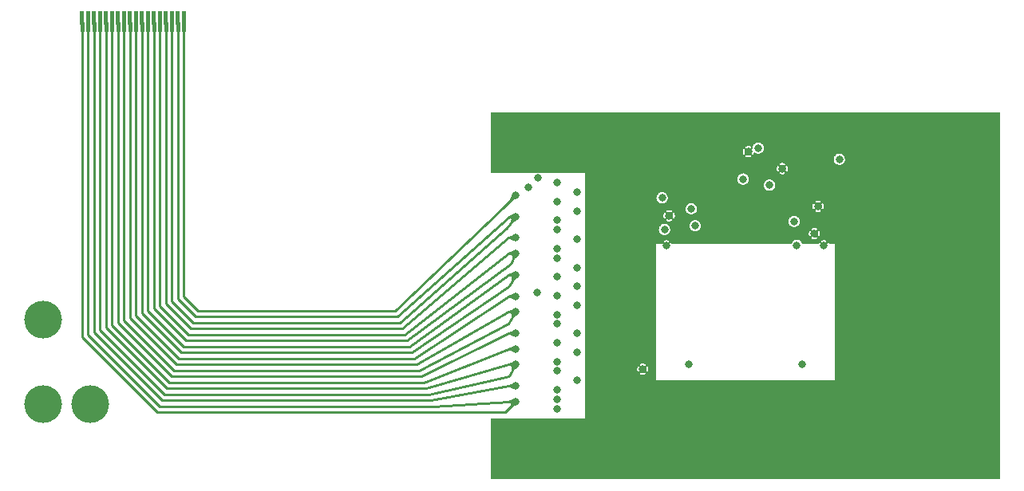
<source format=gbr>
G04 start of page 9 for group 7 idx 8 *
G04 Title: IDEF-X, FlexGround *
G04 Creator: pcb 1.99z *
G04 CreationDate: Mi 20 Jan 2016 16:51:45 GMT UTC *
G04 For: stephan *
G04 Format: Gerber/RS-274X *
G04 PCB-Dimensions (mil): 7874.02 3937.01 *
G04 PCB-Coordinate-Origin: lower left *
%MOIN*%
%FSLAX25Y25*%
%LNFLEXGROUND*%
%ADD68C,0.0866*%
%ADD67C,0.0118*%
%ADD66C,0.1024*%
%ADD65C,0.0315*%
%ADD64C,0.1575*%
%ADD63R,0.0170X0.0170*%
%ADD62C,0.0170*%
%ADD61C,0.0100*%
%ADD60C,0.0001*%
G54D60*G36*
X669091Y194882D02*X736220D01*
Y41339D01*
X669091D01*
Y172828D01*
X669094Y172827D01*
X669465Y172857D01*
X669827Y172943D01*
X670170Y173086D01*
X670487Y173280D01*
X670770Y173521D01*
X671011Y173804D01*
X671206Y174121D01*
X671348Y174465D01*
X671435Y174826D01*
X671457Y175197D01*
X671435Y175568D01*
X671348Y175929D01*
X671206Y176273D01*
X671011Y176590D01*
X670770Y176872D01*
X670487Y177114D01*
X670170Y177308D01*
X669827Y177450D01*
X669465Y177537D01*
X669094Y177566D01*
X669091Y177566D01*
Y194882D01*
G37*
G36*
X662133D02*X669091D01*
Y177566D01*
X668724Y177537D01*
X668362Y177450D01*
X668019Y177308D01*
X667702Y177114D01*
X667419Y176872D01*
X667178Y176590D01*
X666983Y176273D01*
X666841Y175929D01*
X666754Y175568D01*
X666725Y175197D01*
X666754Y174826D01*
X666841Y174465D01*
X666983Y174121D01*
X667178Y173804D01*
X667419Y173521D01*
X667702Y173280D01*
X668019Y173086D01*
X668362Y172943D01*
X668724Y172857D01*
X669091Y172828D01*
Y41339D01*
X662133D01*
Y82677D01*
X667323D01*
Y139764D01*
X664826D01*
X664790Y139865D01*
X664762Y139921D01*
X664726Y139972D01*
X664682Y140016D01*
X664632Y140053D01*
X664577Y140082D01*
X664518Y140102D01*
X664457Y140112D01*
X664394Y140112D01*
X664333Y140103D01*
X664273Y140084D01*
X664218Y140056D01*
X664167Y140020D01*
X664123Y139976D01*
X664086Y139926D01*
X664057Y139871D01*
X664037Y139812D01*
X664029Y139764D01*
X662133D01*
Y140480D01*
X662150Y140486D01*
X662297Y140522D01*
X662447Y140544D01*
X662598Y140551D01*
X662750Y140544D01*
X662900Y140522D01*
X663047Y140486D01*
X663190Y140436D01*
X663249Y140416D01*
X663310Y140407D01*
X663372Y140407D01*
X663433Y140417D01*
X663492Y140437D01*
X663547Y140465D01*
X663597Y140502D01*
X663641Y140546D01*
X663677Y140597D01*
X663704Y140652D01*
X663723Y140711D01*
X663732Y140772D01*
X663732Y140834D01*
X663722Y140895D01*
X663702Y140954D01*
X663674Y141009D01*
X663637Y141059D01*
X663593Y141103D01*
X663542Y141139D01*
X663486Y141165D01*
X663273Y141243D01*
X663051Y141298D01*
X662826Y141330D01*
X662598Y141341D01*
X662371Y141330D01*
X662146Y141298D01*
X662133Y141294D01*
Y154385D01*
X662155Y154388D01*
X662214Y154408D01*
X662269Y154437D01*
X662319Y154473D01*
X662362Y154518D01*
X662399Y154568D01*
X662425Y154624D01*
X662503Y154838D01*
X662557Y155059D01*
X662590Y155284D01*
X662601Y155512D01*
X662590Y155739D01*
X662557Y155965D01*
X662503Y156186D01*
X662428Y156401D01*
X662400Y156457D01*
X662364Y156507D01*
X662320Y156552D01*
X662270Y156589D01*
X662215Y156617D01*
X662156Y156637D01*
X662133Y156641D01*
Y194882D01*
G37*
G36*
Y41339D02*X660558D01*
Y82677D01*
X662133D01*
Y41339D01*
G37*
G36*
X660558Y194882D02*X662133D01*
Y156641D01*
X662094Y156647D01*
X662032Y156648D01*
X661971Y156638D01*
X661911Y156619D01*
X661856Y156592D01*
X661805Y156555D01*
X661761Y156512D01*
X661724Y156462D01*
X661695Y156406D01*
X661675Y156347D01*
X661665Y156286D01*
X661665Y156224D01*
X661674Y156162D01*
X661694Y156103D01*
X661746Y155961D01*
X661782Y155813D01*
X661804Y155663D01*
X661811Y155512D01*
X661804Y155360D01*
X661782Y155210D01*
X661746Y155063D01*
X661696Y154920D01*
X661676Y154861D01*
X661666Y154800D01*
X661667Y154738D01*
X661677Y154677D01*
X661697Y154618D01*
X661725Y154563D01*
X661762Y154513D01*
X661806Y154470D01*
X661856Y154434D01*
X661912Y154406D01*
X661971Y154387D01*
X662032Y154378D01*
X662094Y154378D01*
X662133Y154385D01*
Y141294D01*
X661924Y141243D01*
X661709Y141168D01*
X661654Y141140D01*
X661603Y141104D01*
X661559Y141060D01*
X661522Y141010D01*
X661493Y140955D01*
X661473Y140896D01*
X661463Y140835D01*
X661463Y140772D01*
X661472Y140711D01*
X661491Y140651D01*
X661519Y140596D01*
X661555Y140545D01*
X661599Y140501D01*
X661649Y140464D01*
X661704Y140435D01*
X661763Y140415D01*
X661824Y140405D01*
X661887Y140405D01*
X661948Y140414D01*
X662007Y140434D01*
X662133Y140480D01*
Y139764D01*
X661166D01*
X661158Y139811D01*
X661138Y139870D01*
X661110Y139925D01*
X661073Y139975D01*
X661029Y140019D01*
X660978Y140055D01*
X660923Y140082D01*
X660864Y140101D01*
X660802Y140110D01*
X660740Y140110D01*
X660679Y140100D01*
X660621Y140080D01*
X660566Y140052D01*
X660558Y140046D01*
Y142967D01*
X660581Y142971D01*
X660639Y142991D01*
X660694Y143019D01*
X660744Y143056D01*
X660788Y143100D01*
X660824Y143151D01*
X660850Y143206D01*
X660928Y143420D01*
X660983Y143642D01*
X661015Y143867D01*
X661026Y144094D01*
X661015Y144322D01*
X660983Y144547D01*
X660928Y144769D01*
X660853Y144984D01*
X660825Y145039D01*
X660789Y145090D01*
X660745Y145134D01*
X660695Y145171D01*
X660640Y145200D01*
X660581Y145220D01*
X660558Y145223D01*
Y153172D01*
X660689Y153191D01*
X660910Y153245D01*
X661125Y153320D01*
X661181Y153348D01*
X661232Y153384D01*
X661276Y153428D01*
X661313Y153478D01*
X661342Y153533D01*
X661361Y153592D01*
X661372Y153654D01*
X661372Y153716D01*
X661363Y153778D01*
X661344Y153837D01*
X661316Y153893D01*
X661280Y153943D01*
X661236Y153988D01*
X661186Y154024D01*
X661131Y154053D01*
X661072Y154073D01*
X661010Y154083D01*
X660948Y154083D01*
X660886Y154074D01*
X660828Y154054D01*
X660685Y154002D01*
X660558Y153971D01*
Y157052D01*
X660685Y157021D01*
X660828Y156971D01*
X660887Y156951D01*
X660948Y156942D01*
X661010Y156942D01*
X661071Y156953D01*
X661130Y156972D01*
X661185Y157001D01*
X661235Y157038D01*
X661278Y157082D01*
X661314Y157132D01*
X661342Y157187D01*
X661361Y157247D01*
X661370Y157308D01*
X661370Y157370D01*
X661360Y157431D01*
X661340Y157490D01*
X661311Y157545D01*
X661275Y157595D01*
X661231Y157638D01*
X661180Y157674D01*
X661124Y157701D01*
X660910Y157779D01*
X660689Y157833D01*
X660558Y157852D01*
Y194882D01*
G37*
G36*
Y41339D02*X658662D01*
Y82677D01*
X660558D01*
Y41339D01*
G37*
G36*
X658662Y194882D02*X660558D01*
Y157852D01*
X660464Y157866D01*
X660236Y157877D01*
X660009Y157866D01*
X659783Y157833D01*
X659562Y157779D01*
X659347Y157703D01*
X659291Y157676D01*
X659241Y157639D01*
X659196Y157596D01*
X659159Y157546D01*
X659131Y157490D01*
X659111Y157431D01*
X659101Y157370D01*
X659100Y157308D01*
X659110Y157246D01*
X659129Y157187D01*
X659156Y157131D01*
X659193Y157080D01*
X659236Y157036D01*
X659286Y156999D01*
X659342Y156970D01*
X659401Y156951D01*
X659462Y156941D01*
X659524Y156940D01*
X659586Y156949D01*
X659645Y156969D01*
X659787Y157021D01*
X659935Y157057D01*
X660085Y157079D01*
X660236Y157087D01*
X660388Y157079D01*
X660538Y157057D01*
X660558Y157052D01*
Y153971D01*
X660538Y153966D01*
X660388Y153944D01*
X660236Y153937D01*
X660085Y153944D01*
X659935Y153966D01*
X659787Y154002D01*
X659644Y154053D01*
X659586Y154072D01*
X659524Y154082D01*
X659462Y154081D01*
X659401Y154071D01*
X659342Y154051D01*
X659287Y154023D01*
X659238Y153986D01*
X659194Y153942D01*
X659158Y153892D01*
X659130Y153836D01*
X659112Y153777D01*
X659102Y153716D01*
X659103Y153654D01*
X659113Y153593D01*
X659132Y153534D01*
X659161Y153479D01*
X659198Y153429D01*
X659242Y153386D01*
X659292Y153349D01*
X659348Y153323D01*
X659562Y153245D01*
X659783Y153191D01*
X660009Y153158D01*
X660236Y153147D01*
X660464Y153158D01*
X660558Y153172D01*
Y145223D01*
X660520Y145230D01*
X660457Y145230D01*
X660396Y145221D01*
X660336Y145202D01*
X660281Y145174D01*
X660230Y145138D01*
X660186Y145094D01*
X660149Y145044D01*
X660120Y144989D01*
X660100Y144930D01*
X660090Y144869D01*
X660090Y144806D01*
X660099Y144745D01*
X660119Y144686D01*
X660171Y144543D01*
X660207Y144396D01*
X660229Y144246D01*
X660236Y144094D01*
X660229Y143943D01*
X660207Y143793D01*
X660171Y143646D01*
X660121Y143502D01*
X660101Y143444D01*
X660092Y143383D01*
X660092Y143321D01*
X660102Y143259D01*
X660122Y143201D01*
X660150Y143146D01*
X660187Y143096D01*
X660231Y143052D01*
X660282Y143016D01*
X660337Y142989D01*
X660396Y142970D01*
X660457Y142961D01*
X660519Y142961D01*
X660558Y142967D01*
Y140046D01*
X660516Y140015D01*
X660472Y139971D01*
X660436Y139920D01*
X660409Y139864D01*
X660373Y139764D01*
X658662D01*
Y141730D01*
X658889Y141741D01*
X659114Y141773D01*
X659336Y141828D01*
X659550Y141903D01*
X659606Y141931D01*
X659657Y141967D01*
X659701Y142011D01*
X659738Y142061D01*
X659767Y142116D01*
X659787Y142175D01*
X659797Y142236D01*
X659797Y142299D01*
X659788Y142360D01*
X659769Y142420D01*
X659741Y142475D01*
X659705Y142526D01*
X659661Y142570D01*
X659611Y142607D01*
X659556Y142636D01*
X659497Y142655D01*
X659435Y142666D01*
X659373Y142666D01*
X659312Y142657D01*
X659253Y142637D01*
X659110Y142585D01*
X658963Y142549D01*
X658813Y142527D01*
X658662Y142520D01*
Y145669D01*
X658813Y145662D01*
X658963Y145640D01*
X659110Y145604D01*
X659253Y145554D01*
X659312Y145534D01*
X659373Y145525D01*
X659435Y145525D01*
X659496Y145535D01*
X659555Y145555D01*
X659610Y145583D01*
X659660Y145620D01*
X659704Y145664D01*
X659740Y145715D01*
X659767Y145770D01*
X659786Y145829D01*
X659795Y145890D01*
X659795Y145952D01*
X659785Y146014D01*
X659765Y146072D01*
X659737Y146127D01*
X659700Y146177D01*
X659656Y146221D01*
X659605Y146257D01*
X659549Y146283D01*
X659336Y146361D01*
X659114Y146416D01*
X658889Y146448D01*
X658662Y146459D01*
Y154464D01*
X658668Y154468D01*
X658712Y154512D01*
X658749Y154562D01*
X658778Y154617D01*
X658797Y154676D01*
X658807Y154738D01*
X658808Y154800D01*
X658799Y154862D01*
X658779Y154920D01*
X658727Y155063D01*
X658691Y155210D01*
X658669Y155360D01*
X658662Y155493D01*
Y155531D01*
X658669Y155663D01*
X658691Y155813D01*
X658727Y155961D01*
X658777Y156104D01*
X658797Y156162D01*
X658806Y156224D01*
X658806Y156286D01*
X658795Y156347D01*
X658776Y156406D01*
X658747Y156461D01*
X658711Y156510D01*
X658666Y156554D01*
X658662Y156557D01*
Y194882D01*
G37*
G36*
Y155493D02*X658661Y155512D01*
X658662Y155531D01*
Y155493D01*
G37*
G36*
Y41339D02*X647172D01*
Y82677D01*
X658662D01*
Y41339D01*
G37*
G36*
X656765Y194882D02*X658662D01*
Y156557D01*
X658616Y156590D01*
X658561Y156618D01*
X658501Y156636D01*
X658440Y156646D01*
X658378Y156645D01*
X658317Y156635D01*
X658258Y156616D01*
X658203Y156587D01*
X658153Y156550D01*
X658110Y156506D01*
X658074Y156456D01*
X658047Y156400D01*
X657969Y156186D01*
X657915Y155965D01*
X657882Y155739D01*
X657871Y155512D01*
X657882Y155284D01*
X657915Y155059D01*
X657969Y154838D01*
X658045Y154623D01*
X658072Y154567D01*
X658109Y154516D01*
X658152Y154472D01*
X658202Y154435D01*
X658258Y154406D01*
X658317Y154387D01*
X658378Y154377D01*
X658440Y154376D01*
X658502Y154385D01*
X658561Y154404D01*
X658617Y154432D01*
X658662Y154464D01*
Y146459D01*
X658661Y146459D01*
X658434Y146448D01*
X658209Y146416D01*
X657987Y146361D01*
X657772Y146286D01*
X657717Y146258D01*
X657666Y146222D01*
X657622Y146178D01*
X657585Y146128D01*
X657556Y146073D01*
X657536Y146014D01*
X657526Y145953D01*
X657526Y145890D01*
X657535Y145829D01*
X657554Y145769D01*
X657582Y145714D01*
X657618Y145663D01*
X657662Y145619D01*
X657712Y145582D01*
X657767Y145553D01*
X657826Y145534D01*
X657887Y145523D01*
X657950Y145523D01*
X658011Y145532D01*
X658070Y145552D01*
X658213Y145604D01*
X658360Y145640D01*
X658510Y145662D01*
X658661Y145669D01*
X658662Y145669D01*
Y142520D01*
X658661Y142520D01*
X658510Y142527D01*
X658360Y142549D01*
X658213Y142585D01*
X658069Y142635D01*
X658011Y142655D01*
X657950Y142664D01*
X657888Y142664D01*
X657826Y142654D01*
X657768Y142634D01*
X657713Y142606D01*
X657663Y142569D01*
X657619Y142525D01*
X657583Y142474D01*
X657555Y142419D01*
X657537Y142360D01*
X657527Y142298D01*
X657528Y142237D01*
X657538Y142175D01*
X657558Y142117D01*
X657586Y142062D01*
X657623Y142012D01*
X657667Y141968D01*
X657718Y141932D01*
X657773Y141906D01*
X657987Y141828D01*
X658209Y141773D01*
X658434Y141741D01*
X658661Y141730D01*
X658662Y141730D01*
Y139764D01*
X656765D01*
Y142966D01*
X656803Y142959D01*
X656866Y142959D01*
X656927Y142968D01*
X656986Y142987D01*
X657042Y143015D01*
X657093Y143051D01*
X657137Y143095D01*
X657174Y143145D01*
X657203Y143200D01*
X657222Y143259D01*
X657233Y143320D01*
X657233Y143383D01*
X657224Y143444D01*
X657204Y143503D01*
X657152Y143646D01*
X657116Y143793D01*
X657094Y143943D01*
X657087Y144094D01*
X657094Y144246D01*
X657116Y144396D01*
X657152Y144543D01*
X657202Y144687D01*
X657222Y144745D01*
X657231Y144806D01*
X657231Y144868D01*
X657221Y144930D01*
X657201Y144988D01*
X657173Y145043D01*
X657136Y145093D01*
X657092Y145137D01*
X657041Y145173D01*
X656986Y145200D01*
X656927Y145219D01*
X656865Y145228D01*
X656803Y145228D01*
X656765Y145222D01*
Y194882D01*
G37*
G36*
X650193D02*X656765D01*
Y145222D01*
X656742Y145218D01*
X656684Y145198D01*
X656629Y145170D01*
X656579Y145133D01*
X656535Y145089D01*
X656499Y145038D01*
X656472Y144983D01*
X656395Y144769D01*
X656340Y144547D01*
X656307Y144322D01*
X656296Y144094D01*
X656307Y143867D01*
X656340Y143642D01*
X656395Y143420D01*
X656470Y143205D01*
X656498Y143150D01*
X656534Y143099D01*
X656577Y143055D01*
X656628Y143018D01*
X656683Y142989D01*
X656742Y142969D01*
X656765Y142966D01*
Y139764D01*
X653665D01*
X653631Y139905D01*
X653489Y140249D01*
X653295Y140566D01*
X653053Y140849D01*
X652771Y141090D01*
X652454Y141284D01*
X652110Y141427D01*
X651749Y141514D01*
X651378Y141543D01*
X651007Y141514D01*
X650646Y141427D01*
X650302Y141284D01*
X650193Y141218D01*
Y146843D01*
X650197Y146843D01*
X650568Y146872D01*
X650929Y146959D01*
X651273Y147101D01*
X651590Y147296D01*
X651872Y147537D01*
X652114Y147820D01*
X652308Y148137D01*
X652450Y148480D01*
X652537Y148842D01*
X652559Y149213D01*
X652537Y149583D01*
X652450Y149945D01*
X652308Y150288D01*
X652114Y150605D01*
X651872Y150888D01*
X651590Y151130D01*
X651273Y151324D01*
X650929Y151466D01*
X650568Y151553D01*
X650197Y151582D01*
X650193Y151582D01*
Y194882D01*
G37*
G36*
X647172D02*X650193D01*
Y151582D01*
X649826Y151553D01*
X649465Y151466D01*
X649121Y151324D01*
X648804Y151130D01*
X648521Y150888D01*
X648280Y150605D01*
X648086Y150288D01*
X647943Y149945D01*
X647857Y149583D01*
X647827Y149213D01*
X647857Y148842D01*
X647943Y148480D01*
X648086Y148137D01*
X648280Y147820D01*
X648521Y147537D01*
X648804Y147296D01*
X649121Y147101D01*
X649465Y146959D01*
X649826Y146872D01*
X650193Y146843D01*
Y141218D01*
X649985Y141090D01*
X649702Y140849D01*
X649461Y140566D01*
X649267Y140249D01*
X649124Y139905D01*
X649090Y139764D01*
X647172D01*
Y170133D01*
X647195Y170137D01*
X647253Y170156D01*
X647308Y170185D01*
X647358Y170221D01*
X647402Y170266D01*
X647438Y170316D01*
X647465Y170372D01*
X647542Y170586D01*
X647597Y170807D01*
X647630Y171032D01*
X647641Y171260D01*
X647630Y171487D01*
X647597Y171713D01*
X647542Y171934D01*
X647467Y172149D01*
X647439Y172205D01*
X647403Y172255D01*
X647360Y172300D01*
X647309Y172337D01*
X647254Y172365D01*
X647195Y172385D01*
X647172Y172389D01*
Y194882D01*
G37*
G36*
Y41339D02*X645277D01*
Y82677D01*
X647172D01*
Y41339D01*
G37*
G36*
X645277Y194882D02*X647172D01*
Y172389D01*
X647134Y172395D01*
X647071Y172396D01*
X647010Y172386D01*
X646951Y172368D01*
X646895Y172340D01*
X646844Y172303D01*
X646800Y172260D01*
X646763Y172210D01*
X646734Y172154D01*
X646715Y172095D01*
X646704Y172034D01*
X646704Y171972D01*
X646713Y171910D01*
X646733Y171851D01*
X646785Y171709D01*
X646821Y171561D01*
X646843Y171411D01*
X646850Y171260D01*
X646843Y171108D01*
X646821Y170958D01*
X646785Y170811D01*
X646735Y170668D01*
X646715Y170609D01*
X646706Y170548D01*
X646706Y170486D01*
X646716Y170425D01*
X646736Y170366D01*
X646764Y170311D01*
X646801Y170261D01*
X646845Y170218D01*
X646896Y170182D01*
X646951Y170154D01*
X647010Y170135D01*
X647072Y170126D01*
X647134Y170126D01*
X647172Y170133D01*
Y139764D01*
X645277D01*
Y168895D01*
X645503Y168906D01*
X645728Y168939D01*
X645950Y168993D01*
X646165Y169068D01*
X646220Y169096D01*
X646271Y169132D01*
X646315Y169176D01*
X646352Y169226D01*
X646381Y169281D01*
X646401Y169340D01*
X646411Y169402D01*
X646411Y169464D01*
X646402Y169526D01*
X646383Y169585D01*
X646355Y169641D01*
X646319Y169691D01*
X646275Y169736D01*
X646225Y169772D01*
X646170Y169801D01*
X646111Y169821D01*
X646050Y169831D01*
X645987Y169831D01*
X645926Y169822D01*
X645867Y169802D01*
X645724Y169750D01*
X645577Y169714D01*
X645427Y169692D01*
X645277Y169685D01*
Y172835D01*
X645427Y172827D01*
X645577Y172806D01*
X645724Y172769D01*
X645868Y172719D01*
X645926Y172699D01*
X645988Y172690D01*
X646049Y172690D01*
X646111Y172701D01*
X646169Y172720D01*
X646224Y172749D01*
X646274Y172786D01*
X646318Y172830D01*
X646354Y172880D01*
X646382Y172936D01*
X646400Y172995D01*
X646410Y173056D01*
X646409Y173118D01*
X646399Y173179D01*
X646379Y173238D01*
X646351Y173293D01*
X646314Y173343D01*
X646270Y173386D01*
X646219Y173422D01*
X646164Y173449D01*
X645950Y173527D01*
X645728Y173581D01*
X645503Y173614D01*
X645277Y173625D01*
Y194882D01*
G37*
G36*
Y41339D02*X631103D01*
Y82677D01*
X645277D01*
Y41339D01*
G37*
G36*
X643379Y194882D02*X645277D01*
Y173625D01*
X645276Y173625D01*
X645048Y173614D01*
X644823Y173581D01*
X644601Y173527D01*
X644387Y173451D01*
X644331Y173424D01*
X644280Y173388D01*
X644236Y173344D01*
X644199Y173294D01*
X644170Y173238D01*
X644150Y173179D01*
X644140Y173118D01*
X644140Y173056D01*
X644149Y172994D01*
X644168Y172935D01*
X644196Y172879D01*
X644232Y172828D01*
X644276Y172784D01*
X644326Y172747D01*
X644381Y172719D01*
X644440Y172699D01*
X644502Y172689D01*
X644564Y172688D01*
X644625Y172698D01*
X644684Y172717D01*
X644827Y172769D01*
X644974Y172806D01*
X645124Y172827D01*
X645276Y172835D01*
X645277Y172835D01*
Y169685D01*
X645276Y169685D01*
X645124Y169692D01*
X644974Y169714D01*
X644827Y169750D01*
X644684Y169801D01*
X644625Y169820D01*
X644564Y169830D01*
X644502Y169829D01*
X644441Y169819D01*
X644382Y169799D01*
X644327Y169771D01*
X644277Y169734D01*
X644233Y169690D01*
X644197Y169640D01*
X644170Y169584D01*
X644151Y169525D01*
X644142Y169464D01*
X644142Y169402D01*
X644152Y169341D01*
X644172Y169282D01*
X644200Y169227D01*
X644237Y169177D01*
X644281Y169134D01*
X644332Y169098D01*
X644388Y169071D01*
X644601Y168993D01*
X644823Y168939D01*
X645048Y168906D01*
X645276Y168895D01*
X645277Y168895D01*
Y139764D01*
X643379D01*
Y170131D01*
X643417Y170125D01*
X643480Y170124D01*
X643541Y170133D01*
X643601Y170152D01*
X643656Y170180D01*
X643707Y170216D01*
X643751Y170260D01*
X643788Y170310D01*
X643817Y170365D01*
X643837Y170424D01*
X643847Y170486D01*
X643847Y170548D01*
X643838Y170610D01*
X643818Y170669D01*
X643766Y170811D01*
X643730Y170958D01*
X643708Y171108D01*
X643701Y171260D01*
X643708Y171411D01*
X643730Y171561D01*
X643766Y171709D01*
X643816Y171852D01*
X643836Y171910D01*
X643845Y171972D01*
X643845Y172034D01*
X643835Y172095D01*
X643815Y172154D01*
X643787Y172209D01*
X643750Y172259D01*
X643706Y172302D01*
X643655Y172338D01*
X643600Y172366D01*
X643541Y172385D01*
X643480Y172394D01*
X643418Y172393D01*
X643379Y172387D01*
Y194882D01*
G37*
G36*
X639957D02*X643379D01*
Y172387D01*
X643356Y172383D01*
X643298Y172364D01*
X643243Y172335D01*
X643193Y172298D01*
X643149Y172254D01*
X643113Y172204D01*
X643087Y172148D01*
X643009Y171934D01*
X642954Y171713D01*
X642922Y171487D01*
X642911Y171260D01*
X642922Y171032D01*
X642954Y170807D01*
X643009Y170586D01*
X643084Y170371D01*
X643112Y170315D01*
X643148Y170264D01*
X643192Y170220D01*
X643242Y170183D01*
X643297Y170154D01*
X643356Y170135D01*
X643379Y170131D01*
Y139764D01*
X639957D01*
Y162001D01*
X639961Y162001D01*
X640331Y162030D01*
X640693Y162117D01*
X641036Y162259D01*
X641353Y162453D01*
X641636Y162695D01*
X641878Y162977D01*
X642072Y163294D01*
X642214Y163638D01*
X642301Y163999D01*
X642323Y164370D01*
X642301Y164741D01*
X642214Y165102D01*
X642072Y165446D01*
X641878Y165763D01*
X641636Y166046D01*
X641353Y166287D01*
X641036Y166481D01*
X640693Y166624D01*
X640331Y166710D01*
X639961Y166740D01*
X639957Y166739D01*
Y194882D01*
G37*
G36*
X635065D02*X639957D01*
Y166739D01*
X639590Y166710D01*
X639228Y166624D01*
X638885Y166481D01*
X638568Y166287D01*
X638285Y166046D01*
X638044Y165763D01*
X637849Y165446D01*
X637707Y165102D01*
X637620Y164741D01*
X637591Y164370D01*
X637620Y163999D01*
X637707Y163638D01*
X637849Y163294D01*
X638044Y162977D01*
X638285Y162695D01*
X638568Y162453D01*
X638885Y162259D01*
X639228Y162117D01*
X639590Y162030D01*
X639957Y162001D01*
Y139764D01*
X635065D01*
Y177565D01*
X635236Y177552D01*
X635607Y177581D01*
X635968Y177668D01*
X636312Y177810D01*
X636629Y178004D01*
X636912Y178246D01*
X637153Y178529D01*
X637347Y178846D01*
X637490Y179189D01*
X637577Y179551D01*
X637598Y179921D01*
X637577Y180292D01*
X637490Y180653D01*
X637347Y180997D01*
X637153Y181314D01*
X636912Y181597D01*
X636629Y181838D01*
X636312Y182032D01*
X635968Y182175D01*
X635607Y182262D01*
X635236Y182291D01*
X635065Y182277D01*
Y194882D01*
G37*
G36*
X631103D02*X635065D01*
Y182277D01*
X634866Y182262D01*
X634504Y182175D01*
X634160Y182032D01*
X633843Y181838D01*
X633561Y181597D01*
X633319Y181314D01*
X633125Y180997D01*
X632983Y180653D01*
X632896Y180292D01*
X632867Y179921D01*
X632896Y179551D01*
X632912Y179482D01*
X632898Y179482D01*
X632837Y179473D01*
X632777Y179454D01*
X632722Y179426D01*
X632671Y179390D01*
X632627Y179346D01*
X632590Y179296D01*
X632561Y179241D01*
X632541Y179182D01*
X632531Y179120D01*
X632531Y179058D01*
X632540Y178997D01*
X632560Y178938D01*
X632612Y178795D01*
X632648Y178648D01*
X632670Y178498D01*
X632677Y178346D01*
X632670Y178195D01*
X632648Y178045D01*
X632612Y177898D01*
X632562Y177754D01*
X632542Y177696D01*
X632533Y177635D01*
X632533Y177573D01*
X632543Y177511D01*
X632563Y177453D01*
X632591Y177398D01*
X632628Y177348D01*
X632672Y177304D01*
X632723Y177268D01*
X632778Y177240D01*
X632837Y177222D01*
X632898Y177213D01*
X632960Y177213D01*
X633021Y177223D01*
X633080Y177243D01*
X633135Y177271D01*
X633185Y177308D01*
X633229Y177352D01*
X633265Y177403D01*
X633291Y177458D01*
X633369Y177672D01*
X633424Y177894D01*
X633456Y178119D01*
X633467Y178346D01*
X633467Y178356D01*
X633561Y178246D01*
X633843Y178004D01*
X634160Y177810D01*
X634504Y177668D01*
X634866Y177581D01*
X635065Y177565D01*
Y139764D01*
X631103D01*
Y165986D01*
X631191Y166197D01*
X631277Y166558D01*
X631299Y166929D01*
X631277Y167300D01*
X631191Y167661D01*
X631103Y167872D01*
Y175982D01*
X631330Y175992D01*
X631555Y176025D01*
X631776Y176080D01*
X631991Y176155D01*
X632047Y176183D01*
X632098Y176219D01*
X632142Y176262D01*
X632179Y176313D01*
X632208Y176368D01*
X632227Y176427D01*
X632238Y176488D01*
X632238Y176551D01*
X632229Y176612D01*
X632210Y176671D01*
X632182Y176727D01*
X632146Y176778D01*
X632102Y176822D01*
X632052Y176859D01*
X631997Y176888D01*
X631938Y176907D01*
X631876Y176918D01*
X631814Y176918D01*
X631753Y176909D01*
X631694Y176889D01*
X631551Y176837D01*
X631404Y176801D01*
X631254Y176779D01*
X631103Y176772D01*
Y179921D01*
X631254Y179914D01*
X631404Y179892D01*
X631551Y179856D01*
X631694Y179806D01*
X631753Y179786D01*
X631814Y179777D01*
X631876Y179777D01*
X631937Y179787D01*
X631996Y179807D01*
X632051Y179835D01*
X632101Y179872D01*
X632145Y179916D01*
X632181Y179967D01*
X632208Y180022D01*
X632227Y180081D01*
X632236Y180142D01*
X632236Y180204D01*
X632226Y180266D01*
X632206Y180324D01*
X632178Y180379D01*
X632141Y180429D01*
X632097Y180473D01*
X632046Y180509D01*
X631990Y180535D01*
X631776Y180613D01*
X631555Y180668D01*
X631330Y180700D01*
X631103Y180711D01*
Y194882D01*
G37*
G36*
Y139764D02*X629921D01*
Y164780D01*
X630013Y164818D01*
X630330Y165012D01*
X630612Y165254D01*
X630854Y165536D01*
X631048Y165853D01*
X631103Y165986D01*
Y139764D01*
G37*
G36*
Y41339D02*X629921D01*
Y82677D01*
X631103D01*
Y41339D01*
G37*
G36*
X629921Y194882D02*X631103D01*
Y180711D01*
X631102Y180711D01*
X630875Y180700D01*
X630649Y180668D01*
X630428Y180613D01*
X630213Y180538D01*
X630158Y180510D01*
X630107Y180474D01*
X630063Y180430D01*
X630026Y180380D01*
X629997Y180325D01*
X629977Y180266D01*
X629967Y180205D01*
X629967Y180142D01*
X629976Y180081D01*
X629995Y180021D01*
X630023Y179966D01*
X630059Y179915D01*
X630102Y179871D01*
X630153Y179834D01*
X630208Y179805D01*
X630267Y179785D01*
X630328Y179775D01*
X630391Y179775D01*
X630452Y179784D01*
X630511Y179804D01*
X630653Y179856D01*
X630801Y179892D01*
X630951Y179914D01*
X631102Y179921D01*
X631103Y179921D01*
Y176772D01*
X631102Y176772D01*
X630951Y176779D01*
X630801Y176801D01*
X630653Y176837D01*
X630510Y176887D01*
X630452Y176907D01*
X630390Y176916D01*
X630328Y176916D01*
X630267Y176906D01*
X630209Y176886D01*
X630154Y176858D01*
X630104Y176821D01*
X630060Y176777D01*
X630024Y176726D01*
X629996Y176671D01*
X629978Y176612D01*
X629968Y176550D01*
X629969Y176488D01*
X629979Y176427D01*
X629999Y176369D01*
X630027Y176314D01*
X630064Y176264D01*
X630108Y176220D01*
X630158Y176184D01*
X630214Y176158D01*
X630428Y176080D01*
X630649Y176025D01*
X630875Y175992D01*
X631102Y175982D01*
X631103Y175982D01*
Y167872D01*
X631048Y168005D01*
X630854Y168322D01*
X630612Y168605D01*
X630330Y168846D01*
X630013Y169040D01*
X629921Y169078D01*
Y194882D01*
G37*
G36*
X596849Y82677D02*X629921D01*
Y41339D01*
X596849D01*
Y82677D01*
G37*
G36*
X629206Y164581D02*X629308Y164589D01*
X629669Y164676D01*
X629921Y164780D01*
Y139764D01*
X629206D01*
Y164581D01*
G37*
G36*
Y194882D02*X629921D01*
Y169078D01*
X629669Y169183D01*
X629308Y169269D01*
X629206Y169277D01*
Y177218D01*
X629244Y177211D01*
X629306Y177211D01*
X629368Y177220D01*
X629427Y177239D01*
X629483Y177267D01*
X629534Y177303D01*
X629578Y177347D01*
X629615Y177397D01*
X629644Y177452D01*
X629663Y177511D01*
X629674Y177572D01*
X629674Y177635D01*
X629665Y177696D01*
X629645Y177755D01*
X629593Y177898D01*
X629557Y178045D01*
X629535Y178195D01*
X629528Y178346D01*
X629535Y178498D01*
X629557Y178648D01*
X629593Y178795D01*
X629643Y178938D01*
X629663Y178997D01*
X629672Y179058D01*
X629672Y179120D01*
X629662Y179181D01*
X629642Y179240D01*
X629613Y179295D01*
X629577Y179345D01*
X629533Y179389D01*
X629482Y179425D01*
X629427Y179452D01*
X629368Y179471D01*
X629306Y179480D01*
X629244Y179480D01*
X629206Y179474D01*
Y194882D01*
G37*
G36*
X607280D02*X629206D01*
Y179474D01*
X629183Y179470D01*
X629124Y179450D01*
X629069Y179422D01*
X629020Y179385D01*
X628976Y179341D01*
X628940Y179290D01*
X628913Y179234D01*
X628836Y179021D01*
X628781Y178799D01*
X628748Y178574D01*
X628737Y178346D01*
X628748Y178119D01*
X628781Y177894D01*
X628836Y177672D01*
X628911Y177457D01*
X628938Y177402D01*
X628975Y177351D01*
X629018Y177307D01*
X629068Y177270D01*
X629124Y177241D01*
X629183Y177221D01*
X629206Y177218D01*
Y169277D01*
X628937Y169299D01*
X628566Y169269D01*
X628205Y169183D01*
X627861Y169040D01*
X627544Y168846D01*
X627262Y168605D01*
X627020Y168322D01*
X626826Y168005D01*
X626683Y167661D01*
X626597Y167300D01*
X626568Y166929D01*
X626597Y166558D01*
X626683Y166197D01*
X626826Y165853D01*
X627020Y165536D01*
X627262Y165254D01*
X627544Y165012D01*
X627861Y164818D01*
X628205Y164676D01*
X628566Y164589D01*
X628937Y164560D01*
X629206Y164581D01*
Y139764D01*
X607280D01*
Y145683D01*
X607466Y145524D01*
X607783Y145330D01*
X608126Y145187D01*
X608488Y145101D01*
X608858Y145071D01*
X609229Y145101D01*
X609590Y145187D01*
X609934Y145330D01*
X610251Y145524D01*
X610534Y145765D01*
X610775Y146048D01*
X610970Y146365D01*
X611112Y146709D01*
X611199Y147070D01*
X611220Y147441D01*
X611199Y147812D01*
X611112Y148173D01*
X610970Y148517D01*
X610775Y148834D01*
X610534Y149116D01*
X610251Y149358D01*
X609934Y149552D01*
X609590Y149694D01*
X609229Y149781D01*
X608858Y149810D01*
X608488Y149781D01*
X608126Y149694D01*
X607783Y149552D01*
X607466Y149358D01*
X607280Y149199D01*
Y152158D01*
X607283Y152158D01*
X607654Y152187D01*
X608016Y152274D01*
X608359Y152416D01*
X608676Y152611D01*
X608959Y152852D01*
X609200Y153135D01*
X609395Y153452D01*
X609537Y153795D01*
X609624Y154157D01*
X609646Y154528D01*
X609624Y154898D01*
X609537Y155260D01*
X609395Y155603D01*
X609200Y155920D01*
X608959Y156203D01*
X608676Y156445D01*
X608359Y156639D01*
X608016Y156781D01*
X607654Y156868D01*
X607283Y156897D01*
X607280Y156897D01*
Y194882D01*
G37*
G36*
X599928D02*X607280D01*
Y156897D01*
X606913Y156868D01*
X606551Y156781D01*
X606208Y156639D01*
X605891Y156445D01*
X605608Y156203D01*
X605367Y155920D01*
X605172Y155603D01*
X605030Y155260D01*
X604943Y154898D01*
X604914Y154528D01*
X604943Y154157D01*
X605030Y153795D01*
X605172Y153452D01*
X605367Y153135D01*
X605608Y152852D01*
X605891Y152611D01*
X606208Y152416D01*
X606551Y152274D01*
X606913Y152187D01*
X607280Y152158D01*
Y149199D01*
X607183Y149116D01*
X606941Y148834D01*
X606747Y148517D01*
X606605Y148173D01*
X606518Y147812D01*
X606489Y147441D01*
X606518Y147070D01*
X606605Y146709D01*
X606747Y146365D01*
X606941Y146048D01*
X607183Y145765D01*
X607280Y145683D01*
Y139764D01*
X599928D01*
Y150448D01*
X599951Y150451D01*
X600009Y150471D01*
X600064Y150500D01*
X600114Y150536D01*
X600158Y150581D01*
X600194Y150631D01*
X600220Y150687D01*
X600298Y150901D01*
X600353Y151122D01*
X600385Y151347D01*
X600396Y151575D01*
X600385Y151802D01*
X600353Y152028D01*
X600298Y152249D01*
X600223Y152464D01*
X600195Y152520D01*
X600159Y152570D01*
X600115Y152615D01*
X600065Y152652D01*
X600010Y152680D01*
X599951Y152700D01*
X599928Y152704D01*
Y194882D01*
G37*
G36*
X598032D02*X599928D01*
Y152704D01*
X599890Y152710D01*
X599827Y152711D01*
X599766Y152701D01*
X599706Y152682D01*
X599651Y152655D01*
X599600Y152618D01*
X599556Y152575D01*
X599519Y152525D01*
X599490Y152469D01*
X599471Y152410D01*
X599460Y152349D01*
X599460Y152287D01*
X599469Y152225D01*
X599489Y152166D01*
X599541Y152024D01*
X599577Y151876D01*
X599599Y151726D01*
X599606Y151575D01*
X599599Y151423D01*
X599577Y151273D01*
X599541Y151126D01*
X599491Y150983D01*
X599471Y150924D01*
X599462Y150863D01*
X599462Y150801D01*
X599472Y150740D01*
X599492Y150681D01*
X599520Y150626D01*
X599557Y150576D01*
X599601Y150533D01*
X599652Y150497D01*
X599707Y150469D01*
X599766Y150450D01*
X599828Y150441D01*
X599889Y150441D01*
X599928Y150448D01*
Y139764D01*
X599078D01*
X599042Y139865D01*
X599014Y139921D01*
X598978Y139972D01*
X598934Y140016D01*
X598884Y140053D01*
X598829Y140082D01*
X598770Y140102D01*
X598709Y140112D01*
X598646Y140112D01*
X598585Y140103D01*
X598525Y140084D01*
X598470Y140056D01*
X598419Y140020D01*
X598375Y139976D01*
X598338Y139926D01*
X598309Y139871D01*
X598289Y139812D01*
X598281Y139764D01*
X598032D01*
Y144559D01*
X598174Y144790D01*
X598317Y145134D01*
X598403Y145495D01*
X598425Y145866D01*
X598403Y146237D01*
X598317Y146598D01*
X598174Y146942D01*
X598032Y147173D01*
Y149210D01*
X598259Y149221D01*
X598484Y149254D01*
X598706Y149308D01*
X598921Y149383D01*
X598976Y149411D01*
X599027Y149447D01*
X599071Y149491D01*
X599108Y149541D01*
X599137Y149596D01*
X599157Y149655D01*
X599167Y149717D01*
X599167Y149779D01*
X599158Y149840D01*
X599139Y149900D01*
X599111Y149956D01*
X599075Y150006D01*
X599031Y150050D01*
X598981Y150087D01*
X598926Y150116D01*
X598867Y150136D01*
X598806Y150146D01*
X598743Y150146D01*
X598682Y150137D01*
X598623Y150117D01*
X598480Y150065D01*
X598333Y150029D01*
X598183Y150007D01*
X598032Y150000D01*
Y153150D01*
X598183Y153142D01*
X598333Y153120D01*
X598480Y153084D01*
X598624Y153034D01*
X598682Y153014D01*
X598743Y153005D01*
X598805Y153005D01*
X598867Y153016D01*
X598925Y153035D01*
X598980Y153064D01*
X599030Y153101D01*
X599074Y153145D01*
X599110Y153195D01*
X599137Y153250D01*
X599156Y153310D01*
X599165Y153371D01*
X599165Y153433D01*
X599155Y153494D01*
X599135Y153553D01*
X599107Y153608D01*
X599070Y153658D01*
X599026Y153701D01*
X598975Y153737D01*
X598920Y153764D01*
X598706Y153842D01*
X598484Y153896D01*
X598259Y153929D01*
X598032Y153940D01*
Y194882D01*
G37*
G36*
Y139764D02*X596849D01*
Y140551D01*
X596850Y140551D01*
X597002Y140544D01*
X597152Y140522D01*
X597299Y140486D01*
X597442Y140436D01*
X597501Y140416D01*
X597562Y140407D01*
X597624Y140407D01*
X597685Y140417D01*
X597744Y140437D01*
X597799Y140465D01*
X597849Y140502D01*
X597893Y140546D01*
X597929Y140597D01*
X597956Y140652D01*
X597975Y140711D01*
X597984Y140772D01*
X597984Y140834D01*
X597974Y140895D01*
X597954Y140954D01*
X597926Y141009D01*
X597889Y141059D01*
X597845Y141103D01*
X597794Y141139D01*
X597738Y141165D01*
X597524Y141243D01*
X597303Y141298D01*
X597078Y141330D01*
X596850Y141341D01*
X596849Y141341D01*
Y143635D01*
X597139Y143755D01*
X597456Y143949D01*
X597738Y144191D01*
X597980Y144473D01*
X598032Y144559D01*
Y139764D01*
G37*
G36*
X596849Y194882D02*X598032D01*
Y153940D01*
X598031Y153940D01*
X597804Y153929D01*
X597579Y153896D01*
X597357Y153842D01*
X597142Y153766D01*
X597087Y153739D01*
X597036Y153702D01*
X596992Y153659D01*
X596955Y153609D01*
X596926Y153553D01*
X596906Y153494D01*
X596896Y153433D01*
X596896Y153371D01*
X596905Y153309D01*
X596924Y153250D01*
X596952Y153194D01*
X596988Y153143D01*
X597032Y153099D01*
X597082Y153062D01*
X597137Y153033D01*
X597196Y153014D01*
X597257Y153004D01*
X597320Y153003D01*
X597381Y153012D01*
X597440Y153032D01*
X597583Y153084D01*
X597730Y153120D01*
X597880Y153142D01*
X598031Y153150D01*
X598032Y153150D01*
Y150000D01*
X598031Y150000D01*
X597880Y150007D01*
X597730Y150029D01*
X597583Y150065D01*
X597439Y150116D01*
X597381Y150135D01*
X597320Y150145D01*
X597258Y150144D01*
X597196Y150134D01*
X597138Y150114D01*
X597083Y150086D01*
X597033Y150049D01*
X596989Y150005D01*
X596953Y149955D01*
X596926Y149899D01*
X596907Y149840D01*
X596898Y149779D01*
X596898Y149717D01*
X596908Y149656D01*
X596928Y149597D01*
X596956Y149542D01*
X596993Y149492D01*
X597037Y149449D01*
X597088Y149412D01*
X597143Y149386D01*
X597357Y149308D01*
X597579Y149254D01*
X597804Y149221D01*
X598031Y149210D01*
X598032Y149210D01*
Y147173D01*
X597980Y147259D01*
X597738Y147542D01*
X597456Y147783D01*
X597139Y147977D01*
X596849Y148097D01*
Y157491D01*
X596996Y157662D01*
X597190Y157979D01*
X597332Y158323D01*
X597419Y158684D01*
X597441Y159055D01*
X597419Y159426D01*
X597332Y159787D01*
X597190Y160131D01*
X596996Y160448D01*
X596849Y160619D01*
Y194882D01*
G37*
G36*
X596135Y82677D02*X596849D01*
Y41339D01*
X596135D01*
Y82677D01*
G37*
G36*
Y140405D02*X596139Y140405D01*
X596200Y140414D01*
X596259Y140434D01*
X596402Y140486D01*
X596549Y140522D01*
X596699Y140544D01*
X596849Y140551D01*
Y139764D01*
X596135D01*
Y140405D01*
G37*
G36*
Y143502D02*X596434Y143526D01*
X596795Y143613D01*
X596849Y143635D01*
Y141341D01*
X596623Y141330D01*
X596397Y141298D01*
X596176Y141243D01*
X596135Y141229D01*
Y143502D01*
G37*
G36*
Y156936D02*X596154Y156944D01*
X596471Y157138D01*
X596754Y157380D01*
X596849Y157491D01*
Y148097D01*
X596795Y148120D01*
X596434Y148206D01*
X596135Y148230D01*
Y150446D01*
X596173Y150440D01*
X596236Y150439D01*
X596297Y150448D01*
X596357Y150467D01*
X596412Y150495D01*
X596463Y150531D01*
X596507Y150575D01*
X596544Y150625D01*
X596573Y150680D01*
X596592Y150739D01*
X596603Y150801D01*
X596603Y150863D01*
X596594Y150925D01*
X596574Y150983D01*
X596522Y151126D01*
X596486Y151273D01*
X596464Y151423D01*
X596457Y151575D01*
X596464Y151726D01*
X596486Y151876D01*
X596522Y152024D01*
X596572Y152167D01*
X596592Y152225D01*
X596601Y152287D01*
X596601Y152349D01*
X596591Y152410D01*
X596571Y152469D01*
X596543Y152524D01*
X596506Y152573D01*
X596462Y152617D01*
X596411Y152653D01*
X596356Y152681D01*
X596297Y152699D01*
X596235Y152709D01*
X596174Y152708D01*
X596135Y152702D01*
Y156936D01*
G37*
G36*
Y194882D02*X596849D01*
Y160619D01*
X596754Y160731D01*
X596471Y160972D01*
X596154Y161166D01*
X596135Y161174D01*
Y194882D01*
G37*
G36*
X588905D02*X596135D01*
Y161174D01*
X595811Y161309D01*
X595449Y161395D01*
X595079Y161425D01*
X594708Y161395D01*
X594347Y161309D01*
X594003Y161166D01*
X593686Y160972D01*
X593403Y160731D01*
X593162Y160448D01*
X592968Y160131D01*
X592825Y159787D01*
X592738Y159426D01*
X592709Y159055D01*
X592738Y158684D01*
X592825Y158323D01*
X592968Y157979D01*
X593162Y157662D01*
X593403Y157380D01*
X593686Y157138D01*
X594003Y156944D01*
X594347Y156802D01*
X594708Y156715D01*
X595079Y156686D01*
X595449Y156715D01*
X595811Y156802D01*
X596135Y156936D01*
Y152702D01*
X596112Y152698D01*
X596054Y152679D01*
X595999Y152650D01*
X595949Y152613D01*
X595905Y152569D01*
X595869Y152519D01*
X595843Y152463D01*
X595765Y152249D01*
X595710Y152028D01*
X595678Y151802D01*
X595667Y151575D01*
X595678Y151347D01*
X595710Y151122D01*
X595765Y150901D01*
X595840Y150686D01*
X595868Y150630D01*
X595904Y150579D01*
X595948Y150535D01*
X595998Y150498D01*
X596053Y150469D01*
X596112Y150450D01*
X596135Y150446D01*
Y148230D01*
X596063Y148236D01*
X595692Y148206D01*
X595331Y148120D01*
X594987Y147977D01*
X594670Y147783D01*
X594388Y147542D01*
X594146Y147259D01*
X593952Y146942D01*
X593809Y146598D01*
X593723Y146237D01*
X593694Y145866D01*
X593723Y145495D01*
X593809Y145134D01*
X593952Y144790D01*
X594146Y144473D01*
X594388Y144191D01*
X594670Y143949D01*
X594987Y143755D01*
X595331Y143613D01*
X595692Y143526D01*
X596063Y143497D01*
X596135Y143502D01*
Y141229D01*
X595961Y141168D01*
X595906Y141140D01*
X595855Y141104D01*
X595811Y141060D01*
X595774Y141010D01*
X595745Y140955D01*
X595725Y140896D01*
X595715Y140835D01*
X595715Y140772D01*
X595724Y140711D01*
X595743Y140651D01*
X595771Y140596D01*
X595807Y140545D01*
X595851Y140501D01*
X595901Y140464D01*
X595956Y140435D01*
X596015Y140415D01*
X596076Y140405D01*
X596135Y140405D01*
Y139764D01*
X595417D01*
X595410Y139811D01*
X595390Y139870D01*
X595361Y139925D01*
X595325Y139975D01*
X595281Y140019D01*
X595230Y140055D01*
X595175Y140082D01*
X595116Y140101D01*
X595054Y140110D01*
X594992Y140110D01*
X594931Y140100D01*
X594872Y140080D01*
X594817Y140052D01*
X594768Y140015D01*
X594724Y139971D01*
X594688Y139920D01*
X594661Y139864D01*
X594625Y139764D01*
X592520D01*
Y82677D01*
X596135D01*
Y41339D01*
X588905D01*
Y86275D01*
X588927Y86278D01*
X588986Y86298D01*
X589041Y86326D01*
X589091Y86363D01*
X589134Y86407D01*
X589170Y86458D01*
X589197Y86514D01*
X589275Y86727D01*
X589329Y86949D01*
X589362Y87174D01*
X589373Y87402D01*
X589362Y87629D01*
X589329Y87854D01*
X589275Y88076D01*
X589199Y88291D01*
X589172Y88346D01*
X589136Y88397D01*
X589092Y88441D01*
X589042Y88478D01*
X588986Y88507D01*
X588927Y88527D01*
X588905Y88530D01*
Y194882D01*
G37*
G36*
X587009D02*X588905D01*
Y88530D01*
X588866Y88537D01*
X588804Y88537D01*
X588742Y88528D01*
X588683Y88509D01*
X588627Y88481D01*
X588577Y88445D01*
X588532Y88401D01*
X588495Y88351D01*
X588467Y88296D01*
X588447Y88237D01*
X588437Y88176D01*
X588436Y88113D01*
X588446Y88052D01*
X588465Y87993D01*
X588517Y87850D01*
X588554Y87703D01*
X588575Y87553D01*
X588583Y87402D01*
X588575Y87250D01*
X588554Y87100D01*
X588517Y86953D01*
X588467Y86810D01*
X588447Y86751D01*
X588438Y86690D01*
X588439Y86628D01*
X588449Y86567D01*
X588468Y86508D01*
X588497Y86453D01*
X588534Y86403D01*
X588578Y86359D01*
X588628Y86323D01*
X588684Y86296D01*
X588743Y86277D01*
X588804Y86268D01*
X588866Y86268D01*
X588905Y86275D01*
Y41339D01*
X587009D01*
Y85037D01*
X587235Y85048D01*
X587461Y85080D01*
X587682Y85135D01*
X587897Y85210D01*
X587953Y85238D01*
X588003Y85274D01*
X588048Y85318D01*
X588085Y85368D01*
X588113Y85423D01*
X588133Y85482D01*
X588143Y85543D01*
X588144Y85606D01*
X588134Y85667D01*
X588116Y85727D01*
X588088Y85782D01*
X588051Y85833D01*
X588008Y85877D01*
X587958Y85914D01*
X587902Y85943D01*
X587843Y85963D01*
X587782Y85973D01*
X587720Y85973D01*
X587658Y85964D01*
X587599Y85944D01*
X587457Y85892D01*
X587309Y85856D01*
X587159Y85834D01*
X587009Y85827D01*
Y88976D01*
X587159Y88969D01*
X587309Y88947D01*
X587457Y88911D01*
X587600Y88861D01*
X587659Y88841D01*
X587720Y88832D01*
X587782Y88832D01*
X587843Y88842D01*
X587902Y88862D01*
X587957Y88890D01*
X588007Y88927D01*
X588050Y88971D01*
X588086Y89022D01*
X588114Y89077D01*
X588133Y89136D01*
X588142Y89198D01*
X588141Y89260D01*
X588131Y89321D01*
X588112Y89379D01*
X588083Y89434D01*
X588046Y89484D01*
X588002Y89528D01*
X587952Y89564D01*
X587896Y89591D01*
X587682Y89668D01*
X587461Y89723D01*
X587235Y89756D01*
X587009Y89766D01*
Y194882D01*
G37*
G36*
X585111D02*X587009D01*
Y89766D01*
X587008Y89767D01*
X586780Y89756D01*
X586555Y89723D01*
X586334Y89668D01*
X586119Y89593D01*
X586063Y89565D01*
X586012Y89529D01*
X585968Y89486D01*
X585931Y89435D01*
X585902Y89380D01*
X585883Y89321D01*
X585873Y89260D01*
X585872Y89197D01*
X585881Y89136D01*
X585900Y89077D01*
X585928Y89021D01*
X585964Y88970D01*
X586008Y88926D01*
X586058Y88889D01*
X586113Y88860D01*
X586172Y88841D01*
X586234Y88830D01*
X586296Y88830D01*
X586358Y88839D01*
X586417Y88859D01*
X586559Y88911D01*
X586706Y88947D01*
X586856Y88969D01*
X587008Y88976D01*
X587009Y88976D01*
Y85827D01*
X587008Y85827D01*
X586856Y85834D01*
X586706Y85856D01*
X586559Y85892D01*
X586416Y85942D01*
X586357Y85962D01*
X586296Y85971D01*
X586234Y85971D01*
X586173Y85961D01*
X586114Y85941D01*
X586059Y85913D01*
X586009Y85876D01*
X585966Y85832D01*
X585930Y85781D01*
X585902Y85726D01*
X585883Y85667D01*
X585874Y85606D01*
X585874Y85544D01*
X585885Y85482D01*
X585904Y85424D01*
X585933Y85369D01*
X585969Y85319D01*
X586014Y85275D01*
X586064Y85239D01*
X586120Y85213D01*
X586334Y85135D01*
X586555Y85080D01*
X586780Y85048D01*
X587008Y85037D01*
X587009Y85037D01*
Y41339D01*
X585111D01*
Y86273D01*
X585150Y86266D01*
X585212Y86266D01*
X585274Y86275D01*
X585333Y86294D01*
X585389Y86322D01*
X585439Y86358D01*
X585484Y86402D01*
X585521Y86452D01*
X585549Y86507D01*
X585569Y86566D01*
X585579Y86628D01*
X585580Y86690D01*
X585570Y86751D01*
X585550Y86810D01*
X585498Y86953D01*
X585462Y87100D01*
X585440Y87250D01*
X585433Y87402D01*
X585440Y87553D01*
X585462Y87703D01*
X585498Y87850D01*
X585549Y87994D01*
X585568Y88052D01*
X585578Y88113D01*
X585577Y88175D01*
X585567Y88237D01*
X585547Y88295D01*
X585519Y88350D01*
X585482Y88400D01*
X585438Y88444D01*
X585388Y88480D01*
X585332Y88508D01*
X585273Y88526D01*
X585212Y88536D01*
X585150Y88535D01*
X585111Y88529D01*
Y194882D01*
G37*
G36*
X523622Y66929D02*X562992D01*
Y169291D01*
X523622D01*
Y194882D01*
X585111D01*
Y88529D01*
X585089Y88525D01*
X585030Y88505D01*
X584975Y88477D01*
X584925Y88440D01*
X584882Y88396D01*
X584846Y88345D01*
X584819Y88290D01*
X584741Y88076D01*
X584687Y87854D01*
X584654Y87629D01*
X584643Y87402D01*
X584654Y87174D01*
X584687Y86949D01*
X584741Y86727D01*
X584816Y86513D01*
X584844Y86457D01*
X584880Y86406D01*
X584924Y86362D01*
X584974Y86325D01*
X585029Y86296D01*
X585088Y86276D01*
X585111Y86273D01*
Y41339D01*
X523622D01*
Y66929D01*
G37*
G54D61*X387765Y232220D02*X387730Y114801D01*
X385265Y232220D02*X385230Y113801D01*
X382765Y232220D02*X382730Y112801D01*
X390230Y115801D02*X390265Y232220D01*
G54D62*X385265D02*Y229220D01*
G54D61*X380265Y232220D02*X380230Y111801D01*
X377765Y232220D02*X377730Y110801D01*
X375265Y232220D02*X375230Y109801D01*
G54D62*X377765Y232220D02*Y229220D01*
G54D61*X392730Y116801D02*X392765Y232220D01*
X395230Y117801D02*X395265Y232220D01*
G54D62*X387765D02*Y229220D01*
X390265Y232220D02*Y229220D01*
X392765Y232220D02*Y229220D01*
X395265Y232220D02*Y229220D01*
X375265Y232220D02*Y229220D01*
X380265Y232220D02*Y229220D01*
X382765Y232220D02*Y229220D01*
G54D61*X385230Y113801D02*X397230Y101801D01*
X382730Y112801D02*X396230Y99301D01*
X380230Y111801D02*X395230Y96801D01*
X398231Y104301D02*X387730Y114801D01*
X377730Y110801D02*X394230Y94301D01*
X375230Y109801D02*X393230Y91801D01*
X372730Y108801D02*X392230Y89301D01*
X370230Y107801D02*X391230Y86801D01*
X367730Y106801D02*X390230Y84301D01*
X365230Y105801D02*X389230Y81801D01*
X362730Y104801D02*X388230Y79301D01*
X355230Y101801D02*X385230Y71801D01*
X357730Y102801D02*X386230Y74301D01*
X360230Y103801D02*X387230Y76801D01*
X384230Y69301D02*X352730Y100801D01*
X372765Y232220D02*X372730Y108801D01*
X370265Y232220D02*X370230Y107801D01*
X367765Y232220D02*X367730Y106801D01*
X365265Y232220D02*X365230Y105801D01*
X362765Y232220D02*X362730Y104801D01*
X355265Y232220D02*X355230Y101801D01*
X357765Y232220D02*X357730Y102801D01*
X360265Y232220D02*X360230Y103801D01*
X352730Y100801D02*X352765Y231836D01*
G54D62*X360265Y232220D02*Y229220D01*
X362765Y232220D02*Y229220D01*
X365265Y232220D02*Y229220D01*
X367765Y232220D02*Y229220D01*
X370265Y232220D02*Y229220D01*
X372765Y232220D02*Y229220D01*
X352765Y232220D02*Y229220D01*
X355265Y232220D02*Y229220D01*
X357765Y232220D02*Y229220D01*
G54D61*X391230Y86801D02*X493411D01*
X390230Y84301D02*X494411D01*
X389230Y81801D02*X495411D01*
X388230Y79301D02*X496411D01*
X387230Y76801D02*X497411D01*
X386230Y74301D02*X498411D01*
X385230Y71801D02*X499411D01*
X384230Y69301D02*X529411D01*
X498411Y74301D02*X530911Y80301D01*
X497411Y76801D02*X531161Y84551D01*
X530912Y73801D02*X499411Y71801D01*
X533911Y80301D02*X530911D01*
X533911Y73801D02*X530912D01*
X529411Y69301D02*X533911Y73801D01*
X397230Y101801D02*X487411D01*
X396230Y99301D02*X488411D01*
X395230Y96801D02*X489411D01*
X394230Y94301D02*X490411D01*
X393230Y91801D02*X491411D01*
X392230Y89301D02*X492411D01*
X465411Y111801D02*X401231D01*
X465412Y109301D02*X400231D01*
X399231Y106801D02*X390230Y115801D01*
X400231Y109301D02*X392730Y116801D01*
X401231Y111801D02*X395230Y117801D01*
X465412Y106801D02*X399231D01*
X465411Y104301D02*X398231D01*
X465411D02*X486411D01*
X465411Y111801D02*X483411D01*
X465411Y109301D02*X484411D01*
X465411Y106801D02*X485411D01*
X492411Y89301D02*X530911Y111301D01*
X494411Y84301D02*X530911Y102301D01*
X493411Y86801D02*X530911Y106551D01*
X496411Y79301D02*X530911Y89301D01*
X495411Y81801D02*X530911Y95801D01*
Y106551D02*X533911Y111301D01*
Y102301D02*X530911D01*
X533911Y95801D02*X530911D01*
X533911Y89301D02*X530911D01*
X531161Y84551D02*X533911Y89301D01*
X484411Y109301D02*X531161Y151051D01*
X483411Y111801D02*X529161Y155551D01*
X485411Y106801D02*X530161Y146301D01*
X486411Y104301D02*X530911Y142301D01*
X487411Y101801D02*X530911Y135801D01*
X488411Y99301D02*X531911Y131301D01*
X489411Y96801D02*X530911Y126801D01*
X490411Y94301D02*X531161Y122051D01*
X491411Y91801D02*X530911Y117801D01*
Y142301D02*X533911D01*
X530911Y135801D02*X533911D01*
X531911Y131301D02*X533911Y135801D01*
X530911Y126801D02*X533911D01*
X531161Y122051D02*X533911Y126801D01*
X530911Y117801D02*X533911D01*
Y111301D02*X530911D01*
X531161Y151051D02*X533911D01*
X530161Y146301D02*X533911Y151051D01*
X529161Y155551D02*X533911Y160051D01*
X531317Y135801D02*G75*G03X533151Y136561I0J2595D01*G01*
X533151Y135041D02*G75*G03X531317Y135801I-1835J-1835D01*G01*
X532857Y133428D02*G75*G03X532909Y135413I-2371J1055D01*G01*
X534299Y134798D02*G75*G03X532858Y133431I930J-2423D01*G01*
X531317Y126801D02*G75*G03X533151Y127561I0J2595D01*G01*
X533151Y126041D02*G75*G03X531317Y126801I-1835J-1835D01*G01*
X532590Y124519D02*G75*G03X532884Y126483I-2224J1336D01*G01*
X534229Y125773D02*G75*G03X532632Y124592I628J-2518D01*G01*
X531317Y117801D02*G75*G03X533151Y118561I0J2595D01*G01*
X533151Y117041D02*G75*G03X531317Y117801I-1835J-1835D01*G01*
Y151051D02*G75*G03X533151Y151811I0J2595D01*G01*
X533151Y150291D02*G75*G03X531317Y151051I-1835J-1835D01*G01*
X532284Y148989D02*G75*G03X532848Y150894I-2017J1633D01*G01*
X534069Y149987D02*G75*G03X532323Y149040I271J-2581D01*G01*
X531317Y142301D02*G75*G03X533151Y143061I0J2595D01*G01*
X532013Y158253D02*G75*G03X532837Y160060I-1770J1898D01*G01*
X533903Y158976D02*G75*G03X532042Y158281I-91J-2593D01*G01*
X533151Y141541D02*G75*G03X531317Y142301I-1835J-1835D01*G01*
X532508Y109079D02*G75*G03X532870Y111032I-2176J1413D01*G01*
X531317Y111301D02*G75*G03X533151Y112061I0J2595D01*G01*
X533151Y110541D02*G75*G03X531317Y111301I-1835J-1835D01*G01*
X534180Y110259D02*G75*G03X532544Y109134I540J-2538D01*G01*
X531317Y102301D02*G75*G03X533151Y103061I0J2595D01*G01*
X533151Y101541D02*G75*G03X531317Y102301I-1835J-1835D01*G01*
Y95801D02*G75*G03X533151Y96561I0J2595D01*G01*
X533151Y95041D02*G75*G03X531317Y95801I-1835J-1835D01*G01*
Y89301D02*G75*G03X533151Y90061I0J2595D01*G01*
X533151Y88541D02*G75*G03X531317Y89301I-1835J-1835D01*G01*
X532590Y87019D02*G75*G03X532884Y88983I-2224J1336D01*G01*
X534229Y88273D02*G75*G03X532632Y87092I628J-2518D01*G01*
X531317Y80301D02*G75*G03X533151Y81061I0J2595D01*G01*
X533151Y79541D02*G75*G03X531317Y80301I-1835J-1835D01*G01*
Y73801D02*G75*G03X533151Y74561I0J2595D01*G01*
X533151Y73041D02*G75*G03X531317Y73801I-1835J-1835D01*G01*
X532077Y71966D02*G75*G03X532837Y73801I-1835J1835D01*G01*
X533911Y72726D02*G75*G03X532077Y71966I0J-2595D01*G01*
G54D63*X377766Y236220D02*Y232220D01*
X375266Y236220D02*Y232220D01*
X372766Y236220D02*Y232220D01*
X387766Y236220D02*Y232220D01*
X395266Y236220D02*Y232220D01*
X392766Y236220D02*Y232220D01*
X390266Y236220D02*Y232220D01*
X385266Y236220D02*Y232220D01*
X382766Y236220D02*Y232220D01*
X380266Y236220D02*Y232220D01*
X370266Y236220D02*Y232220D01*
X367766Y236220D02*Y232220D01*
X365266Y236220D02*Y232220D01*
X362766Y236220D02*Y232220D01*
X352766Y236220D02*Y232220D01*
X360266Y236220D02*Y232220D01*
X357766Y236220D02*Y232220D01*
X355266Y236220D02*Y232220D01*
G54D64*X724409Y53150D03*
G54D65*X708661Y61024D03*
X704724Y57087D03*
X700787Y53150D03*
X730315Y114173D03*
Y110236D03*
Y106299D03*
Y102362D03*
Y98425D03*
Y94488D03*
Y90551D03*
Y86614D03*
Y82677D03*
Y78740D03*
X720472Y72835D03*
X716535Y68898D03*
X712598Y64961D03*
X641732Y47244D03*
X645669D03*
X649606D03*
X653543D03*
X657480D03*
X661417D03*
X665354D03*
X653543Y89567D03*
X669291Y47244D03*
X673228D03*
X677165D03*
X681102D03*
X696850Y49213D03*
X685039Y47244D03*
X688976D03*
X730315Y137795D03*
Y133858D03*
Y129921D03*
Y125984D03*
Y122047D03*
Y118110D03*
Y157480D03*
Y153543D03*
Y149606D03*
Y145669D03*
Y141732D03*
G54D64*X535433Y53150D03*
G54D65*X533911Y73801D03*
G54D64*X356299Y72835D03*
X336614D03*
Y108268D03*
X535433Y183071D03*
G54D65*X559449Y161417D03*
X551181Y165354D03*
X539370Y163386D03*
X543307Y167323D03*
X547244Y171260D03*
X551181Y175197D03*
X555118Y179134D03*
X559055Y183071D03*
X562992Y187008D03*
X582677Y188976D03*
X586614D03*
X590551D03*
X594488D03*
X598425D03*
X602362D03*
X578740D03*
X574803D03*
X570866D03*
X587008Y107087D03*
Y87402D03*
X596850Y138976D03*
X598031Y151575D03*
X595079Y159055D03*
X596063Y145866D03*
X533911Y117801D03*
Y111301D03*
X551181Y110236D03*
Y106299D03*
X533911Y102301D03*
Y95801D03*
X551181Y98425D03*
Y118110D03*
Y137795D03*
Y133858D03*
Y125984D03*
X533911Y160051D03*
Y151051D03*
Y142301D03*
X551181Y157480D03*
Y149606D03*
Y145669D03*
X559449Y153543D03*
Y141732D03*
Y129921D03*
Y122047D03*
Y114173D03*
Y102362D03*
Y94488D03*
X533911Y135801D03*
Y126801D03*
X542913Y119291D03*
X586614Y47244D03*
X590551D03*
X594488D03*
X598425D03*
X602362D03*
X582677D03*
X578740D03*
X574803D03*
X570866D03*
X551181Y78740D03*
X533911Y89301D03*
Y80301D03*
X551181Y86614D03*
X559449Y82677D03*
X551181Y90551D03*
Y74803D03*
Y70866D03*
X545276Y64961D03*
X549213Y61024D03*
X553150Y57087D03*
X557087Y53150D03*
X561024Y49213D03*
X606299Y47244D03*
X610236D03*
X614173D03*
X618110D03*
X622047D03*
X625984D03*
X629921D03*
X633858D03*
X637795D03*
X606299Y89567D03*
Y188976D03*
X610236D03*
X614173D03*
X618110D03*
X617717Y153543D03*
X607283Y154528D03*
X622047Y188976D03*
X625984D03*
X629921D03*
X631102Y178346D03*
X620472Y148031D03*
X608858Y147441D03*
X620472Y143307D03*
X623622Y145669D03*
X626772Y148031D03*
Y143307D03*
X628937Y166929D03*
X633858Y188976D03*
X637795D03*
X641732D03*
X645669D03*
X649606D03*
X645276Y171260D03*
X635236Y179921D03*
X657480Y188976D03*
X661417D03*
X665354D03*
X669291D03*
X673228D03*
X677165D03*
X681102D03*
X685039D03*
X688976D03*
X669094Y175197D03*
G54D64*X724409Y183071D03*
G54D65*X720472Y163386D03*
X716535Y167323D03*
X712598Y171260D03*
X708661Y175197D03*
X704724Y179134D03*
X700787Y183071D03*
X696850Y187008D03*
X653543Y188976D03*
X658661Y144094D03*
X660236Y155512D03*
X662598Y138976D03*
X651378Y139173D03*
X629921Y145669D03*
X633071Y148031D03*
X639370D03*
Y143307D03*
X636220Y145669D03*
X633071Y143307D03*
X642520Y153543D03*
X633661D03*
X650197Y149213D03*
X639961Y164370D03*
G54D66*G54D67*G54D66*G54D67*G54D68*G54D66*G54D67*G54D66*G54D67*M02*

</source>
